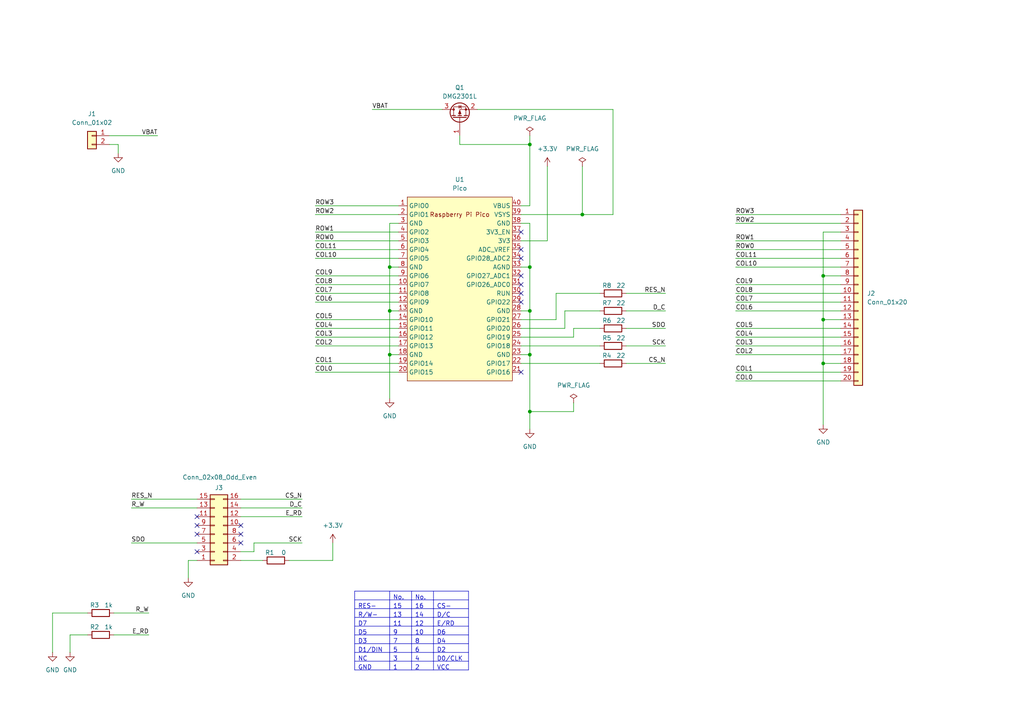
<source format=kicad_sch>
(kicad_sch (version 20250114) (generator "eeschema") (generator_version "9.0")
  (paper "A4")
  (lib_symbols
    (symbol "Connector_Generic:Conn_01x02" (pin_names (offset 1.016) (hide yes))
      (property "Reference" "J" (at 0 2.54 0))
      (property "Value" "Conn_01x02" (at 0 -5.08 0))
      (symbol "Conn_01x02_1_1"
        (rectangle (start -1.27 1.27) (end 1.27 -3.81) (stroke (width 0.254)) (fill (type background)))
        (rectangle (start -1.27 0.127) (end 0 -0.127) (stroke (width 0.1524)))
        (rectangle (start -1.27 -2.413) (end 0 -2.667) (stroke (width 0.1524)))
        (pin passive line (at -5.08 0 0) (length 3.81) (name "Pin_1") (number "1"))
        (pin passive line (at -5.08 -2.54 0) (length 3.81) (name "Pin_2") (number "2"))
      )
    )
    (symbol "Connector_Generic:Conn_01x20" (pin_names (offset 1.016) (hide yes))
      (property "Reference" "J" (at 0 25.4 0))
      (property "Value" "Conn_01x20" (at 0 -27.94 0))
      (symbol "Conn_01x20_1_1"
        (rectangle (start -1.27 24.13) (end 1.27 -26.67) (stroke (width 0.254)) (fill (type background)))
        (rectangle (start -1.27 22.987) (end 0 22.733) (stroke (width 0.1524)))
        (rectangle (start -1.27 20.447) (end 0 20.193) (stroke (width 0.1524)))
        (rectangle (start -1.27 17.907) (end 0 17.653) (stroke (width 0.1524)))
        (rectangle (start -1.27 15.367) (end 0 15.113) (stroke (width 0.1524)))
        (rectangle (start -1.27 12.827) (end 0 12.573) (stroke (width 0.1524)))
        (rectangle (start -1.27 10.287) (end 0 10.033) (stroke (width 0.1524)))
        (rectangle (start -1.27 7.747) (end 0 7.493) (stroke (width 0.1524)))
        (rectangle (start -1.27 5.207) (end 0 4.953) (stroke (width 0.1524)))
        (rectangle (start -1.27 2.667) (end 0 2.413) (stroke (width 0.1524)))
        (rectangle (start -1.27 0.127) (end 0 -0.127) (stroke (width 0.1524)))
        (rectangle (start -1.27 -2.413) (end 0 -2.667) (stroke (width 0.1524)))
        (rectangle (start -1.27 -4.953) (end 0 -5.207) (stroke (width 0.1524)))
        (rectangle (start -1.27 -7.493) (end 0 -7.747) (stroke (width 0.1524)))
        (rectangle (start -1.27 -10.033) (end 0 -10.287) (stroke (width 0.1524)))
        (rectangle (start -1.27 -12.573) (end 0 -12.827) (stroke (width 0.1524)))
        (rectangle (start -1.27 -15.113) (end 0 -15.367) (stroke (width 0.1524)))
        (rectangle (start -1.27 -17.653) (end 0 -17.907) (stroke (width 0.1524)))
        (rectangle (start -1.27 -20.193) (end 0 -20.447) (stroke (width 0.1524)))
        (rectangle (start -1.27 -22.733) (end 0 -22.987) (stroke (width 0.1524)))
        (rectangle (start -1.27 -25.273) (end 0 -25.527) (stroke (width 0.1524)))
        (pin passive line (at -5.08 22.86 0) (length 3.81) (name "Pin_1") (number "1"))
        (pin passive line (at -5.08 20.32 0) (length 3.81) (name "Pin_2") (number "2"))
        (pin passive line (at -5.08 17.78 0) (length 3.81) (name "Pin_3") (number "3"))
        (pin passive line (at -5.08 15.24 0) (length 3.81) (name "Pin_4") (number "4"))
        (pin passive line (at -5.08 12.7 0) (length 3.81) (name "Pin_5") (number "5"))
        (pin passive line (at -5.08 10.16 0) (length 3.81) (name "Pin_6") (number "6"))
        (pin passive line (at -5.08 7.62 0) (length 3.81) (name "Pin_7") (number "7"))
        (pin passive line (at -5.08 5.08 0) (length 3.81) (name "Pin_8") (number "8"))
        (pin passive line (at -5.08 2.54 0) (length 3.81) (name "Pin_9") (number "9"))
        (pin passive line (at -5.08 0 0) (length 3.81) (name "Pin_10") (number "10"))
        (pin passive line (at -5.08 -2.54 0) (length 3.81) (name "Pin_11") (number "11"))
        (pin passive line (at -5.08 -5.08 0) (length 3.81) (name "Pin_12") (number "12"))
        (pin passive line (at -5.08 -7.62 0) (length 3.81) (name "Pin_13") (number "13"))
        (pin passive line (at -5.08 -10.16 0) (length 3.81) (name "Pin_14") (number "14"))
        (pin passive line (at -5.08 -12.7 0) (length 3.81) (name "Pin_15") (number "15"))
        (pin passive line (at -5.08 -15.24 0) (length 3.81) (name "Pin_16") (number "16"))
        (pin passive line (at -5.08 -17.78 0) (length 3.81) (name "Pin_17") (number "17"))
        (pin passive line (at -5.08 -20.32 0) (length 3.81) (name "Pin_18") (number "18"))
        (pin passive line (at -5.08 -22.86 0) (length 3.81) (name "Pin_19") (number "19"))
        (pin passive line (at -5.08 -25.4 0) (length 3.81) (name "Pin_20") (number "20"))
      )
    )
    (symbol "Connector_Generic:Conn_02x08_Odd_Even" (pin_names (offset 1.016) (hide yes))
      (property "Reference" "J" (at 1.27 10.16 0))
      (property "Value" "Conn_02x08_Odd_Even" (at 1.27 -12.7 0))
      (symbol "Conn_02x08_Odd_Even_1_1"
        (rectangle (start -1.27 8.89) (end 3.81 -11.43) (stroke (width 0.254)) (fill (type background)))
        (rectangle (start -1.27 7.747) (end 0 7.493) (stroke (width 0.1524)))
        (rectangle (start -1.27 5.207) (end 0 4.953) (stroke (width 0.1524)))
        (rectangle (start -1.27 2.667) (end 0 2.413) (stroke (width 0.1524)))
        (rectangle (start -1.27 0.127) (end 0 -0.127) (stroke (width 0.1524)))
        (rectangle (start -1.27 -2.413) (end 0 -2.667) (stroke (width 0.1524)))
        (rectangle (start -1.27 -4.953) (end 0 -5.207) (stroke (width 0.1524)))
        (rectangle (start -1.27 -7.493) (end 0 -7.747) (stroke (width 0.1524)))
        (rectangle (start -1.27 -10.033) (end 0 -10.287) (stroke (width 0.1524)))
        (rectangle (start 3.81 7.747) (end 2.54 7.493) (stroke (width 0.1524)))
        (rectangle (start 3.81 5.207) (end 2.54 4.953) (stroke (width 0.1524)))
        (rectangle (start 3.81 2.667) (end 2.54 2.413) (stroke (width 0.1524)))
        (rectangle (start 3.81 0.127) (end 2.54 -0.127) (stroke (width 0.1524)))
        (rectangle (start 3.81 -2.413) (end 2.54 -2.667) (stroke (width 0.1524)))
        (rectangle (start 3.81 -4.953) (end 2.54 -5.207) (stroke (width 0.1524)))
        (rectangle (start 3.81 -7.493) (end 2.54 -7.747) (stroke (width 0.1524)))
        (rectangle (start 3.81 -10.033) (end 2.54 -10.287) (stroke (width 0.1524)))
        (pin passive line (at -5.08 7.62 0) (length 3.81) (name "Pin_1") (number "1"))
        (pin passive line (at -5.08 5.08 0) (length 3.81) (name "Pin_3") (number "3"))
        (pin passive line (at -5.08 2.54 0) (length 3.81) (name "Pin_5") (number "5"))
        (pin passive line (at -5.08 0 0) (length 3.81) (name "Pin_7") (number "7"))
        (pin passive line (at -5.08 -2.54 0) (length 3.81) (name "Pin_9") (number "9"))
        (pin passive line (at -5.08 -5.08 0) (length 3.81) (name "Pin_11") (number "11"))
        (pin passive line (at -5.08 -7.62 0) (length 3.81) (name "Pin_13") (number "13"))
        (pin passive line (at -5.08 -10.16 0) (length 3.81) (name "Pin_15") (number "15"))
        (pin passive line (at 7.62 7.62 180) (length 3.81) (name "Pin_2") (number "2"))
        (pin passive line (at 7.62 5.08 180) (length 3.81) (name "Pin_4") (number "4"))
        (pin passive line (at 7.62 2.54 180) (length 3.81) (name "Pin_6") (number "6"))
        (pin passive line (at 7.62 0 180) (length 3.81) (name "Pin_8") (number "8"))
        (pin passive line (at 7.62 -2.54 180) (length 3.81) (name "Pin_10") (number "10"))
        (pin passive line (at 7.62 -5.08 180) (length 3.81) (name "Pin_12") (number "12"))
        (pin passive line (at 7.62 -7.62 180) (length 3.81) (name "Pin_14") (number "14"))
        (pin passive line (at 7.62 -10.16 180) (length 3.81) (name "Pin_16") (number "16"))
      )
    )
    (symbol "Device:R" (pin_numbers (hide yes)) (pin_names (offset 0))
      (property "Reference" "R" (at 2.032 0 90))
      (property "Value" "R" (at 0 0 90))
      (symbol "R_0_1"
        (rectangle (start -1.016 -2.54) (end 1.016 2.54) (stroke (width 0.254)))
      )
      (symbol "R_1_1"
        (pin passive line (at 0 3.81 270) (length 1.27) (name "~") (number "1"))
        (pin passive line (at 0 -3.81 90) (length 1.27) (name "~") (number "2"))
      )
    )
    (symbol "Transistor_FET:DMG2301L" (pin_names (hide yes))
      (property "Reference" "Q" (at 5.08 1.905 0))
      (property "Value" "DMG2301L" (at 5.08 0 0))
      (symbol "DMG2301L_0_1"
        (polyline (pts (xy 0.254 1.905) (xy 0.254 -1.905)) (stroke (width 0.254)))
        (polyline (pts (xy 0.254 0) (xy -2.54 0)))
        (polyline (pts (xy 0.762 2.286) (xy 0.762 1.27)) (stroke (width 0.254)))
        (polyline (pts (xy 0.762 1.778) (xy 3.302 1.778) (xy 3.302 -1.778) (xy 0.762 -1.778)))
        (polyline (pts (xy 0.762 0.508) (xy 0.762 -0.508)) (stroke (width 0.254)))
        (polyline (pts (xy 0.762 -1.27) (xy 0.762 -2.286)) (stroke (width 0.254)))
        (circle (center 1.651 0) (radius 2.794) (stroke (width 0.254)))
        (polyline (pts (xy 2.286 0) (xy 1.27 0.381) (xy 1.27 -0.381) (xy 2.286 0)) (fill (type outline)))
        (polyline (pts (xy 2.54 2.54) (xy 2.54 1.778)))
        (circle (center 2.54 1.778) (radius 0.254) (fill (type outline)))
        (circle (center 2.54 -1.778) (radius 0.254) (fill (type outline)))
        (polyline (pts (xy 2.54 -2.54) (xy 2.54 0) (xy 0.762 0)))
        (polyline (pts (xy 2.794 -0.508) (xy 2.921 -0.381) (xy 3.683 -0.381) (xy 3.81 -0.254)))
        (polyline (pts (xy 3.302 -0.381) (xy 2.921 0.254) (xy 3.683 0.254) (xy 3.302 -0.381)))
      )
      (symbol "DMG2301L_1_1"
        (pin input line (at -5.08 0 0) (length 2.54) (name "G") (number "1"))
        (pin passive line (at 2.54 5.08 270) (length 2.54) (name "D") (number "3"))
        (pin passive line (at 2.54 -5.08 90) (length 2.54) (name "S") (number "2"))
      )
    )
    (symbol "my_pico:my_pico_no_dbg"
      (property "Reference" "U" (at -13.97 27.94 0))
      (property "Value" "Pico" (at 0 19.05 0))
      (symbol "my_pico_no_dbg_0_0"
        (text "Raspberry Pi Pico" (at 0 21.59 0) (effects (font (size 1.27 1.27))))
      )
      (symbol "my_pico_no_dbg_0_1"
        (rectangle (start -15.24 26.67) (end 15.24 -26.67) (fill (type background)))
      )
      (symbol "my_pico_no_dbg_1_1"
        (pin bidirectional line (at -17.78 24.13 0) (length 2.54) (name "GPIO0") (number "1"))
        (pin bidirectional line (at -17.78 21.59 0) (length 2.54) (name "GPIO1") (number "2"))
        (pin power_in line (at -17.78 19.05 0) (length 2.54) (name "GND") (number "3"))
        (pin bidirectional line (at -17.78 16.51 0) (length 2.54) (name "GPIO2") (number "4"))
        (pin bidirectional line (at -17.78 13.97 0) (length 2.54) (name "GPIO3") (number "5"))
        (pin bidirectional line (at -17.78 11.43 0) (length 2.54) (name "GPIO4") (number "6"))
        (pin bidirectional line (at -17.78 8.89 0) (length 2.54) (name "GPIO5") (number "7"))
        (pin power_in line (at -17.78 6.35 0) (length 2.54) (name "GND") (number "8"))
        (pin bidirectional line (at -17.78 3.81 0) (length 2.54) (name "GPIO6") (number "9"))
        (pin bidirectional line (at -17.78 1.27 0) (length 2.54) (name "GPIO7") (number "10"))
        (pin bidirectional line (at -17.78 -1.27 0) (length 2.54) (name "GPIO8") (number "11"))
        (pin bidirectional line (at -17.78 -3.81 0) (length 2.54) (name "GPIO9") (number "12"))
        (pin power_in line (at -17.78 -6.35 0) (length 2.54) (name "GND") (number "13"))
        (pin bidirectional line (at -17.78 -8.89 0) (length 2.54) (name "GPIO10") (number "14"))
        (pin bidirectional line (at -17.78 -11.43 0) (length 2.54) (name "GPIO11") (number "15"))
        (pin bidirectional line (at -17.78 -13.97 0) (length 2.54) (name "GPIO12") (number "16"))
        (pin bidirectional line (at -17.78 -16.51 0) (length 2.54) (name "GPIO13") (number "17"))
        (pin power_in line (at -17.78 -19.05 0) (length 2.54) (name "GND") (number "18"))
        (pin bidirectional line (at -17.78 -21.59 0) (length 2.54) (name "GPIO14") (number "19"))
        (pin bidirectional line (at -17.78 -24.13 0) (length 2.54) (name "GPIO15") (number "20"))
        (pin power_in line (at 17.78 24.13 180) (length 2.54) (name "VBUS") (number "40"))
        (pin power_in line (at 17.78 21.59 180) (length 2.54) (name "VSYS") (number "39"))
        (pin power_in line (at 17.78 19.05 180) (length 2.54) (name "GND") (number "38"))
        (pin input line (at 17.78 16.51 180) (length 2.54) (name "3V3_EN") (number "37"))
        (pin power_out line (at 17.78 13.97 180) (length 2.54) (name "3V3") (number "36"))
        (pin power_in line (at 17.78 11.43 180) (length 2.54) (name "ADC_VREF") (number "35"))
        (pin bidirectional line (at 17.78 8.89 180) (length 2.54) (name "GPIO28_ADC2") (number "34"))
        (pin power_in line (at 17.78 6.35 180) (length 2.54) (name "AGND") (number "33"))
        (pin bidirectional line (at 17.78 3.81 180) (length 2.54) (name "GPIO27_ADC1") (number "32"))
        (pin bidirectional line (at 17.78 1.27 180) (length 2.54) (name "GPIO26_ADC0") (number "31"))
        (pin input line (at 17.78 -1.27 180) (length 2.54) (name "RUN") (number "30"))
        (pin bidirectional line (at 17.78 -3.81 180) (length 2.54) (name "GPIO22") (number "29"))
        (pin power_in line (at 17.78 -6.35 180) (length 2.54) (name "GND") (number "28"))
        (pin bidirectional line (at 17.78 -8.89 180) (length 2.54) (name "GPIO21") (number "27"))
        (pin bidirectional line (at 17.78 -11.43 180) (length 2.54) (name "GPIO20") (number "26"))
        (pin bidirectional line (at 17.78 -13.97 180) (length 2.54) (name "GPIO19") (number "25"))
        (pin bidirectional line (at 17.78 -16.51 180) (length 2.54) (name "GPIO18") (number "24"))
        (pin power_in line (at 17.78 -19.05 180) (length 2.54) (name "GND") (number "23"))
        (pin bidirectional line (at 17.78 -21.59 180) (length 2.54) (name "GPIO17") (number "22"))
        (pin bidirectional line (at 17.78 -24.13 180) (length 2.54) (name "GPIO16") (number "21"))
      )
    )
    (symbol "power:+3.3V" (power) (pin_numbers (hide yes)) (pin_names (offset 0) (hide yes))
      (property "Value" "+3.3V" (at 0 3.556 0))
      (symbol "+3.3V_0_1"
        (polyline (pts (xy -0.762 1.27) (xy 0 2.54)))
        (polyline (pts (xy 0 2.54) (xy 0.762 1.27)))
        (polyline (pts (xy 0 0) (xy 0 2.54)))
      )
      (symbol "+3.3V_1_1"
        (pin power_in line (at 0 0 90) (length 0) (name "~") (number "1"))
      )
    )
    (symbol "power:GND" (power) (pin_numbers (hide yes)) (pin_names (offset 0) (hide yes))
      (property "Value" "GND" (at 0 -3.81 0))
      (symbol "GND_0_1"
        (polyline (pts (xy 0 0) (xy 0 -1.27) (xy 1.27 -1.27) (xy 0 -2.54) (xy -1.27 -1.27) (xy 0 -1.27)))
      )
      (symbol "GND_1_1"
        (pin power_in line (at 0 0 270) (length 0) (name "~") (number "1"))
      )
    )
    (symbol "power:PWR_FLAG" (power) (pin_numbers (hide yes)) (pin_names (offset 0) (hide yes))
      (property "Value" "PWR_FLAG" (at 0 3.81 0))
      (symbol "PWR_FLAG_0_0"
        (pin power_out line (at 0 0 90) (length 0) (name "~") (number "1"))
      )
      (symbol "PWR_FLAG_0_1"
        (polyline (pts (xy 0 0) (xy 0 1.27) (xy -1.016 1.905) (xy 0 2.54) (xy 1.016 1.905) (xy 0 1.27)))
      )
    )
  )
  (junction (at 238.76 105.41))
  (junction (at 153.67 77.47))
  (junction (at 153.67 90.17))
  (junction (at 153.67 119.38))
  (junction (at 168.91 62.23))
  (junction (at 238.76 80.01))
  (junction (at 113.03 102.87))
  (junction (at 153.67 41.91))
  (junction (at 238.76 92.71))
  (junction (at 113.03 90.17))
  (junction (at 113.03 77.47))
  (junction (at 153.67 102.87))
  (no_connect (at 151.13 87.63))
  (no_connect (at 151.13 67.31))
  (no_connect (at 151.13 85.09))
  (no_connect (at 69.85 154.94))
  (no_connect (at 151.13 72.39))
  (no_connect (at 151.13 74.93))
  (no_connect (at 57.15 160.02))
  (no_connect (at 57.15 149.86))
  (no_connect (at 57.15 154.94))
  (no_connect (at 151.13 82.55))
  (no_connect (at 151.13 107.95))
  (no_connect (at 69.85 152.4))
  (no_connect (at 151.13 80.01))
  (no_connect (at 57.15 152.4))
  (no_connect (at 69.85 157.48))
  (wire (pts (xy 83.82 162.56) (xy 96.52 162.56)))
  (wire (pts (xy 91.44 85.09) (xy 115.57 85.09)))
  (wire (pts (xy 153.67 119.38) (xy 153.67 124.46)))
  (wire (pts (xy 91.44 69.85) (xy 115.57 69.85)))
  (wire (pts (xy 91.44 67.31) (xy 115.57 67.31)))
  (wire (pts (xy 151.13 90.17) (xy 153.67 90.17)))
  (wire (pts (xy 91.44 62.23) (xy 115.57 62.23)))
  (wire (pts (xy 69.85 147.32) (xy 87.63 147.32)))
  (wire (pts (xy 113.03 90.17) (xy 115.57 90.17)))
  (wire (pts (xy 151.13 59.69) (xy 153.67 59.69)))
  (wire (pts (xy 181.61 100.33) (xy 193.04 100.33)))
  (wire (pts (xy 91.44 107.95) (xy 115.57 107.95)))
  (wire (pts (xy 213.36 100.33) (xy 243.84 100.33)))
  (wire (pts (xy 238.76 67.31) (xy 238.76 80.01)))
  (wire (pts (xy 31.75 39.37) (xy 45.72 39.37)))
  (wire (pts (xy 151.13 100.33) (xy 173.99 100.33)))
  (wire (pts (xy 96.52 157.48) (xy 96.52 162.56)))
  (wire (pts (xy 163.83 95.25) (xy 163.83 90.17)))
  (wire (pts (xy 181.61 90.17) (xy 193.04 90.17)))
  (wire (pts (xy 138.43 31.75) (xy 177.8 31.75)))
  (wire (pts (xy 213.36 69.85) (xy 243.84 69.85)))
  (wire (pts (xy 213.36 90.17) (xy 243.84 90.17)))
  (wire (pts (xy 213.36 87.63) (xy 243.84 87.63)))
  (wire (pts (xy 91.44 97.79) (xy 115.57 97.79)))
  (wire (pts (xy 91.44 92.71) (xy 115.57 92.71)))
  (wire (pts (xy 69.85 149.86) (xy 87.63 149.86)))
  (wire (pts (xy 15.24 177.8) (xy 25.4 177.8)))
  (wire (pts (xy 166.37 95.25) (xy 173.99 95.25)))
  (wire (pts (xy 113.03 77.47) (xy 115.57 77.47)))
  (wire (pts (xy 73.66 157.48) (xy 87.63 157.48)))
  (wire (pts (xy 153.67 59.69) (xy 153.67 41.91)))
  (wire (pts (xy 25.4 184.15) (xy 20.32 184.15)))
  (wire (pts (xy 213.36 72.39) (xy 243.84 72.39)))
  (wire (pts (xy 151.13 95.25) (xy 163.83 95.25)))
  (wire (pts (xy 153.67 102.87) (xy 153.67 119.38)))
  (wire (pts (xy 238.76 80.01) (xy 238.76 92.71)))
  (wire (pts (xy 153.67 64.77) (xy 153.67 77.47)))
  (wire (pts (xy 166.37 116.84) (xy 166.37 119.38)))
  (wire (pts (xy 20.32 184.15) (xy 20.32 189.23)))
  (wire (pts (xy 113.03 64.77) (xy 113.03 77.47)))
  (wire (pts (xy 33.02 177.8) (xy 43.18 177.8)))
  (wire (pts (xy 153.67 41.91) (xy 133.35 41.91)))
  (wire (pts (xy 181.61 95.25) (xy 193.04 95.25)))
  (wire (pts (xy 38.1 157.48) (xy 57.15 157.48)))
  (wire (pts (xy 38.1 147.32) (xy 57.15 147.32)))
  (wire (pts (xy 151.13 77.47) (xy 153.67 77.47)))
  (wire (pts (xy 91.44 72.39) (xy 115.57 72.39)))
  (wire (pts (xy 153.67 77.47) (xy 153.67 90.17)))
  (wire (pts (xy 243.84 80.01) (xy 238.76 80.01)))
  (wire (pts (xy 181.61 85.09) (xy 193.04 85.09)))
  (wire (pts (xy 213.36 97.79) (xy 243.84 97.79)))
  (wire (pts (xy 238.76 105.41) (xy 238.76 123.19)))
  (wire (pts (xy 163.83 90.17) (xy 173.99 90.17)))
  (wire (pts (xy 213.36 95.25) (xy 243.84 95.25)))
  (wire (pts (xy 158.75 48.26) (xy 158.75 69.85)))
  (wire (pts (xy 38.1 144.78) (xy 57.15 144.78)))
  (wire (pts (xy 91.44 100.33) (xy 115.57 100.33)))
  (wire (pts (xy 151.13 69.85) (xy 158.75 69.85)))
  (wire (pts (xy 243.84 67.31) (xy 238.76 67.31)))
  (wire (pts (xy 73.66 160.02) (xy 73.66 157.48)))
  (wire (pts (xy 213.36 82.55) (xy 243.84 82.55)))
  (wire (pts (xy 151.13 105.41) (xy 173.99 105.41)))
  (wire (pts (xy 213.36 77.47) (xy 243.84 77.47)))
  (wire (pts (xy 91.44 105.41) (xy 115.57 105.41)))
  (wire (pts (xy 153.67 90.17) (xy 153.67 102.87)))
  (wire (pts (xy 213.36 110.49) (xy 243.84 110.49)))
  (wire (pts (xy 213.36 102.87) (xy 243.84 102.87)))
  (wire (pts (xy 238.76 92.71) (xy 238.76 105.41)))
  (wire (pts (xy 54.61 162.56) (xy 54.61 167.64)))
  (wire (pts (xy 15.24 189.23) (xy 15.24 177.8)))
  (wire (pts (xy 91.44 87.63) (xy 115.57 87.63)))
  (wire (pts (xy 113.03 90.17) (xy 113.03 102.87)))
  (wire (pts (xy 69.85 144.78) (xy 87.63 144.78)))
  (wire (pts (xy 151.13 97.79) (xy 166.37 97.79)))
  (wire (pts (xy 151.13 62.23) (xy 168.91 62.23)))
  (wire (pts (xy 113.03 77.47) (xy 113.03 90.17)))
  (wire (pts (xy 151.13 92.71) (xy 161.29 92.71)))
  (wire (pts (xy 151.13 64.77) (xy 153.67 64.77)))
  (wire (pts (xy 243.84 92.71) (xy 238.76 92.71)))
  (wire (pts (xy 69.85 160.02) (xy 73.66 160.02)))
  (wire (pts (xy 91.44 59.69) (xy 115.57 59.69)))
  (wire (pts (xy 213.36 64.77) (xy 243.84 64.77)))
  (wire (pts (xy 113.03 102.87) (xy 113.03 115.57)))
  (wire (pts (xy 213.36 74.93) (xy 243.84 74.93)))
  (wire (pts (xy 166.37 97.79) (xy 166.37 95.25)))
  (wire (pts (xy 213.36 107.95) (xy 243.84 107.95)))
  (wire (pts (xy 161.29 92.71) (xy 161.29 85.09)))
  (wire (pts (xy 69.85 162.56) (xy 76.2 162.56)))
  (wire (pts (xy 213.36 85.09) (xy 243.84 85.09)))
  (wire (pts (xy 113.03 64.77) (xy 115.57 64.77)))
  (wire (pts (xy 213.36 62.23) (xy 243.84 62.23)))
  (wire (pts (xy 243.84 105.41) (xy 238.76 105.41)))
  (wire (pts (xy 33.02 184.15) (xy 43.18 184.15)))
  (wire (pts (xy 91.44 74.93) (xy 115.57 74.93)))
  (wire (pts (xy 91.44 95.25) (xy 115.57 95.25)))
  (wire (pts (xy 113.03 102.87) (xy 115.57 102.87)))
  (wire (pts (xy 57.15 162.56) (xy 54.61 162.56)))
  (wire (pts (xy 181.61 105.41) (xy 193.04 105.41)))
  (wire (pts (xy 168.91 62.23) (xy 177.8 62.23)))
  (wire (pts (xy 91.44 82.55) (xy 115.57 82.55)))
  (wire (pts (xy 34.29 41.91) (xy 34.29 44.45)))
  (wire (pts (xy 168.91 48.26) (xy 168.91 62.23)))
  (wire (pts (xy 133.35 41.91) (xy 133.35 39.37)))
  (wire (pts (xy 151.13 102.87) (xy 153.67 102.87)))
  (wire (pts (xy 107.95 31.75) (xy 128.27 31.75)))
  (wire (pts (xy 153.67 39.37) (xy 153.67 41.91)))
  (wire (pts (xy 177.8 31.75) (xy 177.8 62.23)))
  (wire (pts (xy 153.67 119.38) (xy 166.37 119.38)))
  (wire (pts (xy 161.29 85.09) (xy 173.99 85.09)))
  (wire (pts (xy 31.75 41.91) (xy 34.29 41.91)))
  (wire (pts (xy 91.44 80.01) (xy 115.57 80.01)))
  (table (column_count 4) (border (external yes) (header yes)) (separators (rows yes) (cols yes)) (column_widths 10.16 6.35 6.35 10.16) (row_heights 2.54 2.54 2.54 2.54 2.54 2.54 2.54 2.54 2.54) (cells (table_cell "" (at 102.87 171.45 0) (size 10.16 2.54) (margins 0.9525 0.9525 0.9525 0.9525) (span 1 1)) (table_cell "No." (at 113.03 171.45 0) (size 6.35 2.54) (margins 0.9525 0.9525 0.9525 0.9525) (span 1 1)) (table_cell "No." (at 119.38 171.45 0) (size 6.35 2.54) (margins 0.9525 0.9525 0.9525 0.9525) (span 1 1)) (table_cell "" (at 125.73 171.45 0) (size 10.16 2.54) (margins 0.9525 0.9525 0.9525 0.9525) (span 1 1)) (table_cell "RES-" (at 102.87 173.99 0) (size 10.16 2.54) (margins 0.9525 0.9525 0.9525 0.9525) (span 1 1)) (table_cell "15" (at 113.03 173.99 0) (size 6.35 2.54) (margins 0.9525 0.9525 0.9525 0.9525) (span 1 1)) (table_cell "16" (at 119.38 173.99 0) (size 6.35 2.54) (margins 0.9525 0.9525 0.9525 0.9525) (span 1 1)) (table_cell "CS-" (at 125.73 173.99 0) (size 10.16 2.54) (margins 0.9525 0.9525 0.9525 0.9525) (span 1 1)) (table_cell "R/W-" (at 102.87 176.53 0) (size 10.16 2.54) (margins 0.9525 0.9525 0.9525 0.9525) (span 1 1)) (table_cell "13" (at 113.03 176.53 0) (size 6.35 2.54) (margins 0.9525 0.9525 0.9525 0.9525) (span 1 1)) (table_cell "14" (at 119.38 176.53 0) (size 6.35 2.54) (margins 0.9525 0.9525 0.9525 0.9525) (span 1 1)) (table_cell "D/C" (at 125.73 176.53 0) (size 10.16 2.54) (margins 0.9525 0.9525 0.9525 0.9525) (span 1 1)) (table_cell "D7" (at 102.87 179.07 0) (size 10.16 2.54) (margins 0.9525 0.9525 0.9525 0.9525) (span 1 1)) (table_cell "11" (at 113.03 179.07 0) (size 6.35 2.54) (margins 0.9525 0.9525 0.9525 0.9525) (span 1 1)) (table_cell "12" (at 119.38 179.07 0) (size 6.35 2.54) (margins 0.9525 0.9525 0.9525 0.9525) (span 1 1)) (table_cell "E/RD" (at 125.73 179.07 0) (size 10.16 2.54) (margins 0.9525 0.9525 0.9525 0.9525) (span 1 1)) (table_cell "D5" (at 102.87 181.61 0) (size 10.16 2.54) (margins 0.9525 0.9525 0.9525 0.9525) (span 1 1)) (table_cell "9" (at 113.03 181.61 0) (size 6.35 2.54) (margins 0.9525 0.9525 0.9525 0.9525) (span 1 1)) (table_cell "10" (at 119.38 181.61 0) (size 6.35 2.54) (margins 0.9525 0.9525 0.9525 0.9525) (span 1 1)) (table_cell "D6" (at 125.73 181.61 0) (size 10.16 2.54) (margins 0.9525 0.9525 0.9525 0.9525) (span 1 1)) (table_cell "D3" (at 102.87 184.15 0) (size 10.16 2.54) (margins 0.9525 0.9525 0.9525 0.9525) (span 1 1)) (table_cell "7" (at 113.03 184.15 0) (size 6.35 2.54) (margins 0.9525 0.9525 0.9525 0.9525) (span 1 1)) (table_cell "8" (at 119.38 184.15 0) (size 6.35 2.54) (margins 0.9525 0.9525 0.9525 0.9525) (span 1 1)) (table_cell "D4" (at 125.73 184.15 0) (size 10.16 2.54) (margins 0.9525 0.9525 0.9525 0.9525) (span 1 1)) (table_cell "D1/DIN" (at 102.87 186.69 0) (size 10.16 2.54) (margins 0.9525 0.9525 0.9525 0.9525) (span 1 1)) (table_cell "5" (at 113.03 186.69 0) (size 6.35 2.54) (margins 0.9525 0.9525 0.9525 0.9525) (span 1 1)) (table_cell "6" (at 119.38 186.69 0) (size 6.35 2.54) (margins 0.9525 0.9525 0.9525 0.9525) (span 1 1)) (table_cell "D2" (at 125.73 186.69 0) (size 10.16 2.54) (margins 0.9525 0.9525 0.9525 0.9525) (span 1 1)) (table_cell "NC" (at 102.87 189.23 0) (size 10.16 2.54) (margins 0.9525 0.9525 0.9525 0.9525) (span 1 1)) (table_cell "3" (at 113.03 189.23 0) (size 6.35 2.54) (margins 0.9525 0.9525 0.9525 0.9525) (span 1 1)) (table_cell "4" (at 119.38 189.23 0) (size 6.35 2.54) (margins 0.9525 0.9525 0.9525 0.9525) (span 1 1)) (table_cell "D0/CLK" (at 125.73 189.23 0) (size 10.16 2.54) (margins 0.9525 0.9525 0.9525 0.9525) (span 1 1)) (table_cell "GND" (at 102.87 191.77 0) (size 10.16 2.54) (margins 0.9525 0.9525 0.9525 0.9525) (span 1 1)) (table_cell "1" (at 113.03 191.77 0) (size 6.35 2.54) (margins 0.9525 0.9525 0.9525 0.9525) (span 1 1)) (table_cell "2" (at 119.38 191.77 0) (size 6.35 2.54) (margins 0.9525 0.9525 0.9525 0.9525) (span 1 1)) (table_cell "VCC" (at 125.73 191.77 0) (size 10.16 2.54) (margins 0.9525 0.9525 0.9525 0.9525) (span 1 1))))
  (label "ROW3" (at 91.44 59.69 0))
  (label "RES_N" (at 38.1 144.78 0))
  (label "COL10" (at 213.36 77.47 0))
  (label "SCK" (at 193.04 100.33 180))
  (label "COL8" (at 213.36 85.09 0))
  (label "COL9" (at 213.36 82.55 0))
  (label "COL9" (at 91.44 80.01 0))
  (label "COL1" (at 91.44 105.41 0))
  (label "COL1" (at 213.36 107.95 0))
  (label "SDO" (at 193.04 95.25 180))
  (label "COL6" (at 91.44 87.63 0))
  (label "COL0" (at 91.44 107.95 0))
  (label "CS_N" (at 193.04 105.41 180))
  (label "COL11" (at 91.44 72.39 0))
  (label "ROW2" (at 213.36 64.77 0))
  (label "COL3" (at 91.44 97.79 0))
  (label "ROW0" (at 213.36 72.39 0))
  (label "CS_N" (at 87.63 144.78 180))
  (label "COL7" (at 91.44 85.09 0))
  (label "SCK" (at 87.63 157.48 180))
  (label "COL10" (at 91.44 74.93 0))
  (label "COL4" (at 91.44 95.25 0))
  (label "VBAT" (at 45.72 39.37 180))
  (label "E_RD" (at 87.63 149.86 180))
  (label "COL7" (at 213.36 87.63 0))
  (label "COL11" (at 213.36 74.93 0))
  (label "ROW2" (at 91.44 62.23 0))
  (label "RES_N" (at 193.04 85.09 180))
  (label "E_RD" (at 43.18 184.15 180))
  (label "R_W" (at 43.18 177.8 180))
  (label "COL2" (at 91.44 100.33 0))
  (label "ROW0" (at 91.44 69.85 0))
  (label "COL8" (at 91.44 82.55 0))
  (label "ROW3" (at 213.36 62.23 0))
  (label "COL4" (at 213.36 97.79 0))
  (label "COL0" (at 213.36 110.49 0))
  (label "COL5" (at 91.44 92.71 0))
  (label "ROW1" (at 213.36 69.85 0))
  (label "VBAT" (at 107.95 31.75 0))
  (label "COL6" (at 213.36 90.17 0))
  (label "D_C" (at 87.63 147.32 180))
  (label "R_W" (at 38.1 147.32 0))
  (label "COL3" (at 213.36 100.33 0))
  (label "ROW1" (at 91.44 67.31 0))
  (label "D_C" (at 193.04 90.17 180))
  (label "COL5" (at 213.36 95.25 0))
  (label "SDO" (at 38.1 157.48 0))
  (label "COL2" (at 213.36 102.87 0))
  (symbol (lib_id "Device:R") (at 29.21 184.15 90) (unit 1)
    (property "Reference" "R2" (at 27.432 181.864 90))
    (property "Value" "1k" (at 31.496 181.864 90))
    (property "Footprint" "Resistor_SMD:R_0603_1608Metric_Pad0.98x0.95mm_HandSolder" (effects (hide yes)))
    (property "Description" "Resistor" (effects (hide yes)))
  )
  (symbol (lib_id "Transistor_FET:DMG2301L") (at 133.35 34.29 90) (unit 1)
    (property "Reference" "Q1" (at 133.35 25.4 90))
    (property "Value" "DMG2301L" (at 133.35 27.94 90))
    (property "Footprint" "Package_TO_SOT_SMD:SOT-23" (effects (hide yes)))
    (property "Datasheet" "https://www.diodes.com/assets/Datasheets/DMG2301L.pdf" (effects (hide yes)))
    (property "Description" "-3A Id, -20V Vds, P-Channel MOSFET, SOT-23" (effects (hide yes)))
  )
  (symbol (lib_id "Device:R") (at 177.8 90.17 90) (unit 1)
    (property "Reference" "R7" (at 176.022 87.884 90))
    (property "Value" "22" (at 180.086 87.884 90))
    (property "Footprint" "Resistor_SMD:R_0603_1608Metric_Pad0.98x0.95mm_HandSolder" (effects (hide yes)))
    (property "Description" "Resistor" (effects (hide yes)))
  )
  (symbol (lib_id "power:GND") (at 153.67 124.46 0) (unit 1)
    (property "Reference" "#PWR03" (effects (hide yes)))
    (property "Value" "GND" (at 153.67 129.54 0))
    (property "Description" "Power symbol creates a global label with name \"GND\" , ground" (effects (hide yes)))
  )
  (symbol (lib_id "Device:R") (at 177.8 85.09 90) (unit 1)
    (property "Reference" "R8" (at 176.022 82.804 90))
    (property "Value" "22" (at 180.086 82.804 90))
    (property "Footprint" "Resistor_SMD:R_0603_1608Metric_Pad0.98x0.95mm_HandSolder" (effects (hide yes)))
    (property "Description" "Resistor" (effects (hide yes)))
  )
  (symbol (lib_id "Device:R") (at 177.8 95.25 90) (unit 1)
    (property "Reference" "R6" (at 176.022 92.964 90))
    (property "Value" "22" (at 180.086 92.964 90))
    (property "Footprint" "Resistor_SMD:R_0603_1608Metric_Pad0.98x0.95mm_HandSolder" (effects (hide yes)))
    (property "Description" "Resistor" (effects (hide yes)))
  )
  (symbol (lib_id "Device:R") (at 80.01 162.56 90) (unit 1)
    (property "Reference" "R1" (at 78.232 160.274 90))
    (property "Value" "0" (at 82.296 160.274 90))
    (property "Footprint" "Resistor_SMD:R_0603_1608Metric_Pad0.98x0.95mm_HandSolder" (effects (hide yes)))
    (property "Description" "Resistor" (effects (hide yes)))
  )
  (symbol (lib_id "power:GND") (at 238.76 123.19 0) (unit 1)
    (property "Reference" "#PWR05" (effects (hide yes)))
    (property "Value" "GND" (at 238.76 128.27 0))
    (property "Description" "Power symbol creates a global label with name \"GND\" , ground" (effects (hide yes)))
  )
  (symbol (lib_id "power:PWR_FLAG") (at 153.67 39.37 0) (unit 1)
    (property "Reference" "#FLG01" (effects (hide yes)))
    (property "Value" "PWR_FLAG" (at 153.67 34.29 0))
    (property "Description" "Special symbol for telling ERC where power comes from" (effects (hide yes)))
  )
  (symbol (lib_id "power:GND") (at 54.61 167.64 0) (unit 1)
    (property "Reference" "#PWR06" (effects (hide yes)))
    (property "Value" "GND" (at 54.61 172.72 0))
    (property "Description" "Power symbol creates a global label with name \"GND\" , ground" (effects (hide yes)))
  )
  (symbol (lib_id "my_pico:my_pico_no_dbg") (at 133.35 83.82 0) (unit 1)
    (property "Reference" "U1" (at 133.35 52.07 0))
    (property "Value" "Pico" (at 133.35 54.61 0))
    (property "Footprint" "my_pico:pico_no_dbg_smd_th_p0.85" (effects (hide yes)))
  )
  (symbol (lib_id "power:+3.3V") (at 158.75 48.26 0) (unit 1)
    (property "Reference" "#PWR04" (effects (hide yes)))
    (property "Value" "+3.3V" (at 158.75 43.18 0))
    (property "Description" "Power symbol creates a global label with name \"+3.3V\"" (effects (hide yes)))
  )
  (symbol (lib_id "power:GND") (at 34.29 44.45 0) (unit 1)
    (property "Reference" "#PWR01" (effects (hide yes)))
    (property "Value" "GND" (at 34.29 49.53 0))
    (property "Description" "Power symbol creates a global label with name \"GND\" , ground" (effects (hide yes)))
  )
  (symbol (lib_id "power:PWR_FLAG") (at 166.37 116.84 0) (unit 1)
    (property "Reference" "#FLG02" (effects (hide yes)))
    (property "Value" "PWR_FLAG" (at 166.37 111.76 0))
    (property "Description" "Special symbol for telling ERC where power comes from" (effects (hide yes)))
  )
  (symbol (lib_id "power:+3.3V") (at 96.52 157.48 0) (unit 1)
    (property "Reference" "#PWR07" (effects (hide yes)))
    (property "Value" "+3.3V" (at 96.52 152.4 0))
    (property "Description" "Power symbol creates a global label with name \"+3.3V\"" (effects (hide yes)))
  )
  (symbol (lib_id "Device:R") (at 29.21 177.8 90) (unit 1)
    (property "Reference" "R3" (at 27.432 175.514 90))
    (property "Value" "1k" (at 31.496 175.514 90))
    (property "Footprint" "Resistor_SMD:R_0603_1608Metric_Pad0.98x0.95mm_HandSolder" (effects (hide yes)))
    (property "Description" "Resistor" (effects (hide yes)))
  )
  (symbol (lib_id "power:PWR_FLAG") (at 168.91 48.26 0) (unit 1)
    (property "Reference" "#FLG03" (effects (hide yes)))
    (property "Value" "PWR_FLAG" (at 168.91 43.18 0))
    (property "Description" "Special symbol for telling ERC where power comes from" (effects (hide yes)))
  )
  (symbol (lib_id "Connector_Generic:Conn_01x02") (at 26.67 39.37 0) (mirror y) (unit 1)
    (property "Reference" "J1" (at 26.67 33.02 0))
    (property "Value" "Conn_01x02" (at 26.67 35.56 0))
    (property "Footprint" "Connector_JST:JST_PH_B2B-PH-K_1x02_P2.00mm_Vertical" (effects (hide yes)))
    (property "Description" "Generic connector, single row, 01x02, script generated (kicad-library-utils/schlib/autogen/connector/)" (effects (hide yes)))
  )
  (symbol (lib_id "power:GND") (at 113.03 115.57 0) (unit 1)
    (property "Reference" "#PWR02" (effects (hide yes)))
    (property "Value" "GND" (at 113.03 120.65 0))
    (property "Description" "Power symbol creates a global label with name \"GND\" , ground" (effects (hide yes)))
  )
  (symbol (lib_id "power:GND") (at 20.32 189.23 0) (unit 1)
    (property "Reference" "#PWR08" (effects (hide yes)))
    (property "Value" "GND" (at 20.32 194.31 0))
    (property "Description" "Power symbol creates a global label with name \"GND\" , ground" (effects (hide yes)))
  )
  (symbol (lib_id "Connector_Generic:Conn_01x20") (at 248.92 85.09 0) (unit 1)
    (property "Reference" "J2" (at 251.46 85.0899 0) (effects (justify left)))
    (property "Value" "Conn_01x20" (at 251.46 87.6299 0) (effects (justify left)))
    (property "Footprint" "my_keyswitch:my_PinHeader_1x20_P2.54mm_Vertical_p0.85" (effects (hide yes)))
    (property "Description" "Generic connector, single row, 01x20, script generated (kicad-library-utils/schlib/autogen/connector/)" (effects (hide yes)))
  )
  (symbol (lib_id "Device:R") (at 177.8 100.33 90) (unit 1)
    (property "Reference" "R5" (at 176.022 98.044 90))
    (property "Value" "22" (at 180.086 98.044 90))
    (property "Footprint" "Resistor_SMD:R_0603_1608Metric_Pad0.98x0.95mm_HandSolder" (effects (hide yes)))
    (property "Description" "Resistor" (effects (hide yes)))
  )
  (symbol (lib_id "Connector_Generic:Conn_02x08_Odd_Even") (at 62.23 154.94 0) (mirror x) (unit 1)
    (property "Reference" "J3" (at 63.5 141.478 0))
    (property "Value" "Conn_02x08_Odd_Even" (at 63.754 138.43 0))
    (property "Footprint" "my_pico:oled_PinSocket_2x08_P2.54mm_Vertical" (effects (hide yes)))
    (property "Description" "Generic connector, double row, 02x08, odd/even pin numbering scheme (row 1 odd numbers, row 2 even numbers), script generated (kicad-library-utils/schlib/autogen/connector/)" (effects (hide yes)))
  )
  (symbol (lib_id "power:GND") (at 15.24 189.23 0) (mirror y) (unit 1)
    (property "Reference" "#PWR09" (effects (hide yes)))
    (property "Value" "GND" (at 15.24 194.31 0))
    (property "Description" "Power symbol creates a global label with name \"GND\" , ground" (effects (hide yes)))
  )
  (symbol (lib_id "Device:R") (at 177.8 105.41 90) (unit 1)
    (property "Reference" "R4" (at 176.022 103.124 90))
    (property "Value" "22" (at 180.086 103.124 90))
    (property "Footprint" "Resistor_SMD:R_0603_1608Metric_Pad0.98x0.95mm_HandSolder" (effects (hide yes)))
    (property "Description" "Resistor" (effects (hide yes)))
  )
)
</source>
